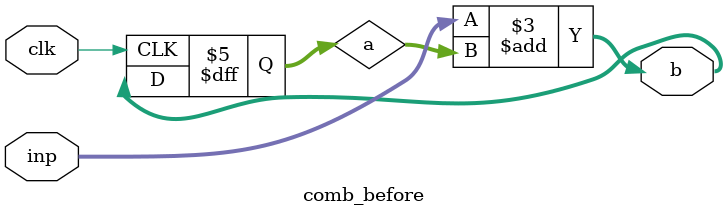
<source format=sv>
module comb_before(input logic clk,
                   input logic[3:0] inp,
                   output logic[3:0] b);

logic[3:0] a = 4'd0;

always_ff @ (posedge clk)
  a <= b;

always_comb
  b = inp + a;

endmodule

</source>
